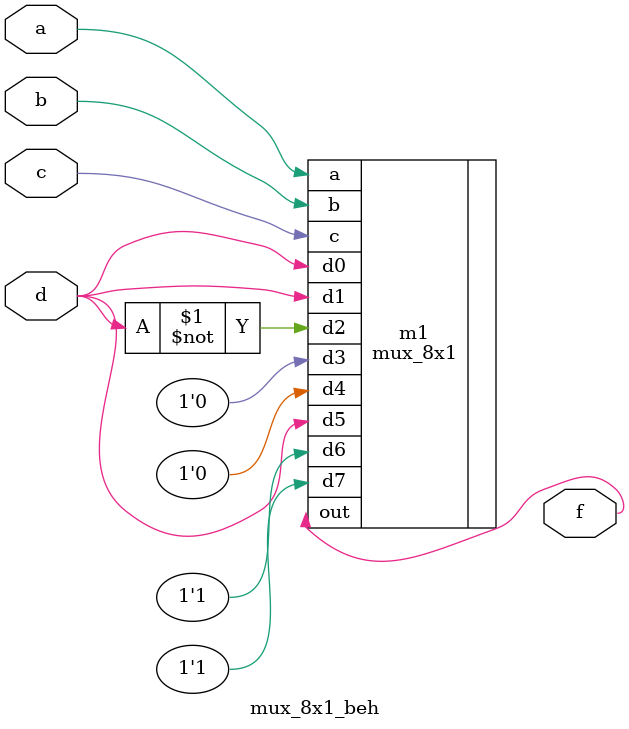
<source format=v>
module mux_8x1_beh(a,b,c,d,f);
    input a,b,c,d;
    output wire f;
    mux_8x1 m1(
        .d0(d),
        .d1(d),
        .d2(~d),
        .d3(1'b0),
        .d4(1'b0),
        .d5(d),
        .d6(1'b1),
        .d7(1'b1),
        .c(c),
        .b(b),
        .a(a),
        .out(f)
    );
endmodule
</source>
